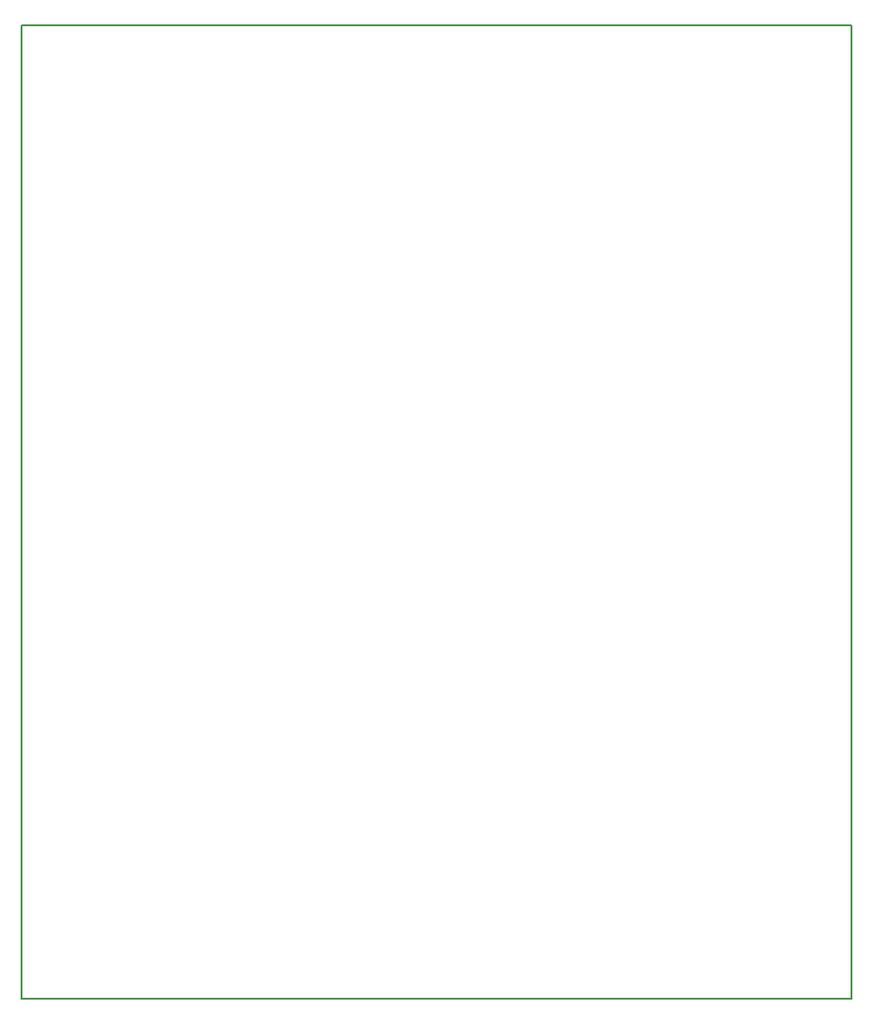
<source format=gko>
G04 #@! TF.FileFunction,Profile,NP*
%FSLAX46Y46*%
G04 Gerber Fmt 4.6, Leading zero omitted, Abs format (unit mm)*
G04 Created by KiCad (PCBNEW 4.0.5) date Thu Apr  6 07:48:10 2017*
%MOMM*%
%LPD*%
G01*
G04 APERTURE LIST*
%ADD10C,0.100000*%
%ADD11C,0.150000*%
G04 APERTURE END LIST*
D10*
D11*
X87250000Y-37500000D02*
X162250000Y-37500000D01*
X87250000Y-125500000D02*
X87250000Y-37500000D01*
X162250000Y-37500000D02*
X162250000Y-125500000D01*
X87250000Y-125500000D02*
X162250000Y-125500000D01*
M02*

</source>
